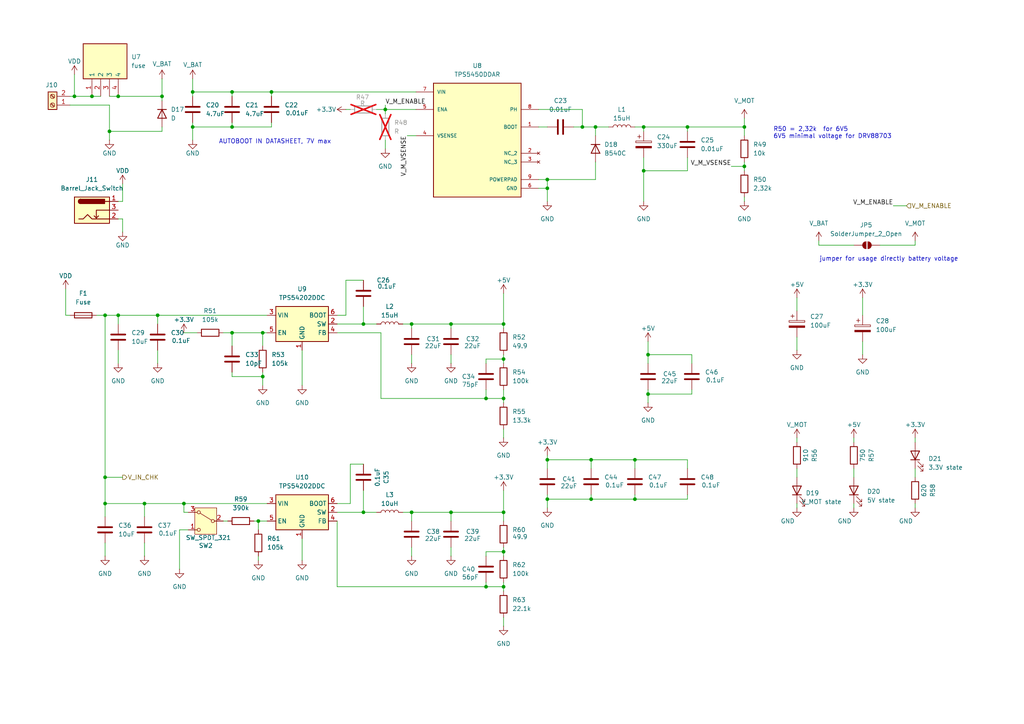
<source format=kicad_sch>
(kicad_sch (version 20250114) (generator "eeschema") (generator_version "9.0")
  (paper "A4")
  (lib_symbols
    (symbol "GND_1" (power) (pin_numbers (hide yes)) (pin_names (offset 0) (hide yes))
      (property "Value" "GND" (at 0 -3.81 0))
      (symbol "GND_1_1_1"
        (pin power_in line (at 0 0 270) (length 0) (name "~") (number "1"))
      )
    )
    (symbol "GND_2" (power) (pin_numbers (hide yes)) (pin_names (offset 0) (hide yes))
      (property "Value" "GND" (at 0 -3.81 0))
      (symbol "GND_2_1_1"
        (pin power_in line (at 0 0 270) (length 0) (name "~") (number "1"))
      )
    )
    (symbol "VDD_1" (power) (pin_numbers (hide yes)) (pin_names (offset 0) (hide yes))
      (property "Value" "VDD" (at 0 3.556 0))
      (symbol "VDD_1_1_1"
        (pin power_in line (at 0 0 90) (length 0) (name "~") (number "1"))
      )
    )
    (symbol "symbol_library:+3.3V" (power) (pin_names (offset 0))
      (property "Value" "+3.3V" (at 0 3.556 0))
      (symbol "+3.3V_1_1"
        (pin power_in line (at 0 0 90) (length 0) (hide yes) (name "+3.3V") (number "1"))
      )
    )
    (symbol "symbol_library:+5V" (power) (pin_names (offset 0))
      (property "Value" "+5V" (at 0 3.556 0))
      (symbol "+5V_1_1"
        (pin power_in line (at 0 0 90) (length 0) (hide yes) (name "+5V") (number "1"))
      )
    )
    (symbol "symbol_library:01000063Z"
      (property "Reference" "U" (at 16.51 7.62 0))
      (property "Value" "01000063Z" (at 16.51 5.08 0))
      (symbol "01000063Z_1_1"
        (pin passive line (at 0 0 0) (length 5.08) (name "1") (number "1"))
        (pin passive line (at 0 -2.54 0) (length 5.08) (name "2") (number "2"))
        (pin passive line (at 0 -5.08 0) (length 5.08) (name "3") (number "3"))
        (pin passive line (at 0 -7.62 0) (length 5.08) (name "4") (number "4"))
      )
    )
    (symbol "symbol_library:Barrel_Jack_Switch" (pin_names (hide yes))
      (property "Reference" "J" (at 0 5.334 0))
      (property "Value" "Barrel_Jack_Switch" (at 0 -5.08 0))
      (symbol "Barrel_Jack_Switch_1_1"
        (pin passive line (at 7.62 2.54 180) (length 2.54) (name "~") (number "1"))
        (pin passive line (at 7.62 0 180) (length 2.54) (name "~") (number "3"))
        (pin passive line (at 7.62 -2.54 180) (length 2.54) (name "~") (number "2"))
      )
    )
    (symbol "symbol_library:C" (pin_numbers (hide yes)) (pin_names (offset 0.254))
      (property "Reference" "C" (at 0.635 2.54 0))
      (property "Value" "C" (at 0.635 -2.54 0))
      (symbol "C_1_1"
        (pin passive line (at 0 3.81 270) (length 2.794) (name "~") (number "1"))
        (pin passive line (at 0 -3.81 90) (length 2.794) (name "~") (number "2"))
      )
    )
    (symbol "symbol_library:C_Polarized" (pin_numbers (hide yes)) (pin_names (offset 0.254))
      (property "Reference" "C" (at 0.635 2.54 0))
      (property "Value" "C_Polarized" (at 0.635 -2.54 0))
      (symbol "C_Polarized_1_1"
        (pin passive line (at 0 3.81 270) (length 2.794) (name "~") (number "1"))
        (pin passive line (at 0 -3.81 90) (length 2.794) (name "~") (number "2"))
      )
    )
    (symbol "symbol_library:D" (pin_numbers (hide yes)) (pin_names (offset 1.016) (hide yes))
      (property "Reference" "D" (at 0 2.54 0))
      (property "Value" "D" (at 0 -2.54 0))
      (symbol "D_1_1"
        (pin passive line (at -3.81 0 0) (length 2.54) (name "K") (number "1"))
        (pin passive line (at 3.81 0 180) (length 2.54) (name "A") (number "2"))
      )
    )
    (symbol "symbol_library:Fuse" (pin_numbers (hide yes)) (pin_names (offset 0))
      (property "Reference" "F" (at 2.032 0 90))
      (property "Value" "Fuse" (at -1.905 0 90))
      (symbol "Fuse_1_1"
        (pin passive line (at 0 3.81 270) (length 1.27) (name "~") (number "1"))
        (pin passive line (at 0 -3.81 90) (length 1.27) (name "~") (number "2"))
      )
    )
    (symbol "symbol_library:GND" (power) (pin_names (offset 0))
      (property "Value" "GND" (at 0 -3.81 0))
      (symbol "GND_1_1"
        (pin power_in line (at 0 0 270) (length 0) (hide yes) (name "GND") (number "1"))
      )
    )
    (symbol "symbol_library:L" (pin_numbers (hide yes)) (pin_names (offset 1.016) (hide yes))
      (property "Reference" "L" (at -1.27 0 90))
      (property "Value" "L" (at 1.905 0 90))
      (symbol "L_1_1"
        (pin passive line (at 0 3.81 270) (length 1.27) (name "1") (number "1"))
        (pin passive line (at 0 -3.81 90) (length 1.27) (name "2") (number "2"))
      )
    )
    (symbol "symbol_library:LED" (pin_numbers (hide yes)) (pin_names (offset 1.016) (hide yes))
      (property "Reference" "D" (at 0 2.54 0))
      (property "Value" "LED" (at 0 -2.54 0))
      (symbol "LED_1_1"
        (pin passive line (at -3.81 0 0) (length 2.54) (name "K") (number "1"))
        (pin passive line (at 3.81 0 180) (length 2.54) (name "A") (number "2"))
      )
    )
    (symbol "symbol_library:R" (pin_numbers (hide yes)) (pin_names (offset 0))
      (property "Reference" "R" (at 2.032 0 90))
      (property "Value" "R" (at 0 0 90))
      (symbol "R_1_1"
        (pin passive line (at 0 3.81 270) (length 1.27) (name "~") (number "1"))
        (pin passive line (at 0 -3.81 90) (length 1.27) (name "~") (number "2"))
      )
    )
    (symbol "symbol_library:SW_SPDT_321" (pin_names (offset 1) (hide yes))
      (property "Reference" "SW" (at 0 5.08 0))
      (property "Value" "SW_SPDT_321" (at 0 -5.08 0))
      (symbol "SW_SPDT_321_1_1"
        (pin passive line (at -5.08 0 0) (length 2.54) (name "B") (number "2"))
        (pin passive line (at 5.08 2.54 180) (length 2.54) (name "A") (number "3"))
        (pin passive line (at 5.08 -2.54 180) (length 2.54) (name "C") (number "1"))
      )
    )
    (symbol "symbol_library:Screw_Terminal_01x02" (pin_names (offset 1.016) (hide yes))
      (property "Reference" "J" (at 0 2.54 0))
      (property "Value" "Screw_Terminal_01x02" (at 0 -5.08 0))
      (symbol "Screw_Terminal_01x02_1_1"
        (pin passive line (at -5.08 0 0) (length 3.81) (name "Pin_1") (number "1"))
        (pin passive line (at -5.08 -2.54 0) (length 3.81) (name "Pin_2") (number "2"))
      )
    )
    (symbol "symbol_library:SolderJumper_2_Open" (pin_numbers (hide yes)) (pin_names (offset 0) (hide yes)) (exclude_from_sim yes) (in_bom no)
      (property "Reference" "JP" (at 0 2.032 0))
      (property "Value" "SolderJumper_2_Open" (at 0 -2.54 0))
      (symbol "SolderJumper_2_Open_1_1"
        (pin passive line (at -3.81 0 0) (length 2.54) (name "A") (number "1"))
        (pin passive line (at 3.81 0 180) (length 2.54) (name "B") (number "2"))
      )
    )
    (symbol "symbol_library:TPS54202DDC"
      (property "Reference" "U" (at -7.62 6.35 0))
      (property "Value" "TPS54202DDC" (at 0 6.35 0))
      (symbol "TPS54202DDC_1_1"
        (pin power_in line (at -10.16 2.54 0) (length 2.54) (name "VIN") (number "3"))
        (pin input line (at -10.16 -2.54 0) (length 2.54) (name "EN") (number "5"))
        (pin power_in line (at 0 -7.62 90) (length 2.54) (name "GND") (number "1"))
        (pin passive line (at 10.16 2.54 180) (length 2.54) (name "BOOT") (number "6"))
        (pin power_out line (at 10.16 0 180) (length 2.54) (name "SW") (number "2"))
        (pin input line (at 10.16 -2.54 180) (length 2.54) (name "FB") (number "4"))
      )
    )
    (symbol "symbol_library:TPS5450DDAR" (pin_names (offset 1.016))
      (property "Reference" "U" (at -12.7 18.78 0))
      (property "Value" "TPS5450DDAR" (at -12.7 -19.24 0))
      (symbol "TPS5450DDAR_0_0"
        (pin power_in line (at -17.78 15.24 0) (length 5.08) (name "VIN") (number "7"))
        (pin input line (at -17.78 10.16 0) (length 5.08) (name "ENA") (number "5"))
        (pin input line (at -17.78 2.54 0) (length 5.08) (name "VSENSE") (number "4"))
        (pin output line (at 17.78 10.16 180) (length 5.08) (name "PH") (number "8"))
        (pin output line (at 17.78 5.08 180) (length 5.08) (name "BOOT") (number "1"))
        (pin no_connect line (at 17.78 -2.54 180) (length 5.08) (name "NC_2") (number "2"))
        (pin no_connect line (at 17.78 -5.08 180) (length 5.08) (name "NC_3") (number "3"))
        (pin power_in line (at 17.78 -10.16 180) (length 5.08) (name "POWERPAD") (number "9"))
        (pin power_in line (at 17.78 -12.7 180) (length 5.08) (name "GND") (number "6"))
      )
    )
    (symbol "symbol_library:VDD" (power) (pin_names (offset 0))
      (property "Value" "VDD" (at 0 3.81 0))
      (symbol "VDD_1_1"
        (pin power_in line (at 0 0 90) (length 0) (hide yes) (name "VDD") (number "1"))
      )
    )
  )
  (text "AUTOBOOT IN DATASHEET, 7V max" (at 79.756 41.148 0) (effects (font (size 1.27 1.27))))
  (text "jumper for usage directly battery voltage" (at 257.81 75.184 0) (effects (font (size 1.27 1.27))))
  (text "R50 = 2,32k  for 6V5\n6V5 minimal voltage for DRV88703" (at 224.282 38.608 0) (effects (font (size 1.27 1.27)) (justify left)))
  (junction (at 186.69 49.53))
  (junction (at 53.34 146.05))
  (junction (at 34.29 27.94))
  (junction (at 41.91 146.05))
  (junction (at 199.39 36.83))
  (junction (at 215.9 36.83))
  (junction (at 168.91 36.83))
  (junction (at 130.81 148.59))
  (junction (at 78.74 26.67))
  (junction (at 146.05 93.98))
  (junction (at 45.72 91.44))
  (junction (at 30.48 146.05))
  (junction (at 67.31 96.52))
  (junction (at 171.45 133.35))
  (junction (at 158.75 54.61))
  (junction (at 67.31 36.83))
  (junction (at 184.15 133.35))
  (junction (at 55.88 26.67))
  (junction (at 111.76 31.75))
  (junction (at 76.2 96.52))
  (junction (at 187.96 102.87))
  (junction (at 119.38 93.98))
  (junction (at 26.67 27.94))
  (junction (at 30.48 91.44))
  (junction (at 186.69 36.83))
  (junction (at 171.45 144.78))
  (junction (at 146.05 115.57))
  (junction (at 158.75 144.78))
  (junction (at 105.41 93.98))
  (junction (at 74.93 151.13))
  (junction (at 172.72 36.83))
  (junction (at 55.88 36.83))
  (junction (at 76.2 109.22))
  (junction (at 158.75 52.07))
  (junction (at 31.75 38.1))
  (junction (at 105.41 148.59))
  (junction (at 146.05 170.18))
  (junction (at 140.97 115.57))
  (junction (at 30.48 138.43))
  (junction (at 67.31 26.67))
  (junction (at 21.59 27.94))
  (junction (at 146.05 148.59))
  (junction (at 130.81 93.98))
  (junction (at 215.9 48.26))
  (junction (at 140.97 170.18))
  (junction (at 184.15 144.78))
  (junction (at 187.96 114.3))
  (junction (at 46.99 27.94))
  (junction (at 34.29 91.44))
  (junction (at 146.05 104.14))
  (junction (at 119.38 148.59))
  (junction (at 158.75 133.35))
  (junction (at 146.05 160.02))
  (wire (pts (xy 31.75 38.1) (xy 46.99 38.1)))
  (wire (pts (xy 140.97 170.18) (xy 140.97 168.91)))
  (wire (pts (xy 67.31 109.22) (xy 76.2 109.22)))
  (wire (pts (xy 35.56 63.5) (xy 35.56 67.31)))
  (wire (pts (xy 35.56 138.43) (xy 30.48 138.43)))
  (wire (pts (xy 105.41 148.59) (xy 109.22 148.59)))
  (wire (pts (xy 146.05 95.25) (xy 146.05 93.98)))
  (wire (pts (xy 212.09 48.26) (xy 215.9 48.26)))
  (wire (pts (xy 200.66 102.87) (xy 200.66 105.41)))
  (wire (pts (xy 67.31 36.83) (xy 78.74 36.83)))
  (wire (pts (xy 186.69 36.83) (xy 199.39 36.83)))
  (wire (pts (xy 158.75 133.35) (xy 171.45 133.35)))
  (wire (pts (xy 45.72 101.6) (xy 45.72 105.41)))
  (wire (pts (xy 97.79 170.18) (xy 140.97 170.18)))
  (wire (pts (xy 34.29 58.42) (xy 35.56 58.42)))
  (wire (pts (xy 171.45 144.78) (xy 158.75 144.78)))
  (wire (pts (xy 130.81 148.59) (xy 146.05 148.59)))
  (wire (pts (xy 166.37 36.83) (xy 168.91 36.83)))
  (wire (pts (xy 111.76 31.75) (xy 109.22 31.75)))
  (wire (pts (xy 199.39 36.83) (xy 199.39 38.1)))
  (wire (pts (xy 30.48 146.05) (xy 41.91 146.05)))
  (wire (pts (xy 171.45 133.35) (xy 171.45 135.89)))
  (wire (pts (xy 41.91 146.05) (xy 53.34 146.05)))
  (wire (pts (xy 146.05 104.14) (xy 146.05 105.41)))
  (wire (pts (xy 111.76 30.48) (xy 111.76 31.75)))
  (wire (pts (xy 140.97 105.41) (xy 140.97 104.14)))
  (wire (pts (xy 53.34 146.05) (xy 53.34 148.59)))
  (wire (pts (xy 199.39 36.83) (xy 215.9 36.83)))
  (wire (pts (xy 57.15 96.52) (xy 53.34 96.52)))
  (wire (pts (xy 76.2 107.95) (xy 76.2 109.22)))
  (wire (pts (xy 186.69 49.53) (xy 186.69 58.42)))
  (wire (pts (xy 231.14 146.05) (xy 231.14 147.32)))
  (wire (pts (xy 250.19 86.36) (xy 250.19 91.44)))
  (wire (pts (xy 140.97 161.29) (xy 140.97 160.02)))
  (wire (pts (xy 130.81 93.98) (xy 146.05 93.98)))
  (wire (pts (xy 78.74 36.83) (xy 78.74 35.56)))
  (wire (pts (xy 111.76 33.02) (xy 111.76 31.75)))
  (wire (pts (xy 67.31 26.67) (xy 67.31 27.94)))
  (wire (pts (xy 130.81 148.59) (xy 130.81 151.13)))
  (wire (pts (xy 231.14 86.36) (xy 231.14 90.17)))
  (wire (pts (xy 156.21 31.75) (xy 168.91 31.75)))
  (wire (pts (xy 116.84 93.98) (xy 119.38 93.98)))
  (wire (pts (xy 237.49 71.12) (xy 247.65 71.12)))
  (wire (pts (xy 105.41 88.9) (xy 105.41 93.98)))
  (wire (pts (xy 184.15 36.83) (xy 186.69 36.83)))
  (wire (pts (xy 187.96 99.06) (xy 187.96 102.87)))
  (wire (pts (xy 186.69 45.72) (xy 186.69 49.53)))
  (wire (pts (xy 55.88 35.56) (xy 55.88 36.83)))
  (wire (pts (xy 172.72 36.83) (xy 172.72 39.37)))
  (wire (pts (xy 30.48 157.48) (xy 30.48 161.29)))
  (wire (pts (xy 31.75 30.48) (xy 31.75 38.1)))
  (wire (pts (xy 199.39 133.35) (xy 199.39 135.89)))
  (wire (pts (xy 97.79 148.59) (xy 105.41 148.59)))
  (wire (pts (xy 119.38 148.59) (xy 130.81 148.59)))
  (wire (pts (xy 74.93 161.29) (xy 74.93 162.56)))
  (wire (pts (xy 31.75 27.94) (xy 34.29 27.94)))
  (wire (pts (xy 146.05 179.07) (xy 146.05 181.61)))
  (wire (pts (xy 215.9 58.42) (xy 215.9 57.15)))
  (wire (pts (xy 184.15 144.78) (xy 199.39 144.78)))
  (wire (pts (xy 67.31 107.95) (xy 67.31 109.22)))
  (wire (pts (xy 119.38 158.75) (xy 119.38 161.29)))
  (wire (pts (xy 130.81 93.98) (xy 130.81 95.25)))
  (wire (pts (xy 74.93 151.13) (xy 77.47 151.13)))
  (wire (pts (xy 146.05 151.13) (xy 146.05 148.59)))
  (wire (pts (xy 21.59 21.59) (xy 21.59 27.94)))
  (wire (pts (xy 140.97 113.03) (xy 140.97 115.57)))
  (wire (pts (xy 34.29 91.44) (xy 34.29 93.98)))
  (wire (pts (xy 100.33 31.75) (xy 101.6 31.75)))
  (wire (pts (xy 168.91 36.83) (xy 172.72 36.83)))
  (wire (pts (xy 87.63 111.76) (xy 87.63 101.6)))
  (wire (pts (xy 168.91 31.75) (xy 168.91 36.83)))
  (wire (pts (xy 171.45 144.78) (xy 184.15 144.78)))
  (wire (pts (xy 110.49 96.52) (xy 110.49 115.57)))
  (wire (pts (xy 231.14 135.89) (xy 231.14 138.43)))
  (wire (pts (xy 67.31 96.52) (xy 76.2 96.52)))
  (wire (pts (xy 184.15 133.35) (xy 184.15 135.89)))
  (wire (pts (xy 200.66 113.03) (xy 200.66 114.3)))
  (wire (pts (xy 119.38 102.87) (xy 119.38 105.41)))
  (wire (pts (xy 35.56 53.34) (xy 35.56 58.42)))
  (wire (pts (xy 20.32 27.94) (xy 21.59 27.94)))
  (wire (pts (xy 45.72 91.44) (xy 77.47 91.44)))
  (wire (pts (xy 105.41 142.24) (xy 105.41 148.59)))
  (wire (pts (xy 237.49 69.85) (xy 237.49 71.12)))
  (wire (pts (xy 34.29 101.6) (xy 34.29 105.41)))
  (wire (pts (xy 215.9 48.26) (xy 215.9 49.53)))
  (wire (pts (xy 97.79 96.52) (xy 110.49 96.52)))
  (wire (pts (xy 215.9 46.99) (xy 215.9 48.26)))
  (wire (pts (xy 130.81 102.87) (xy 130.81 105.41)))
  (wire (pts (xy 156.21 54.61) (xy 158.75 54.61)))
  (wire (pts (xy 55.88 36.83) (xy 55.88 40.64)))
  (wire (pts (xy 67.31 26.67) (xy 78.74 26.67)))
  (wire (pts (xy 146.05 113.03) (xy 146.05 115.57)))
  (wire (pts (xy 158.75 144.78) (xy 158.75 147.32)))
  (wire (pts (xy 76.2 96.52) (xy 76.2 100.33)))
  (wire (pts (xy 111.76 31.75) (xy 120.65 31.75)))
  (wire (pts (xy 30.48 146.05) (xy 30.48 149.86)))
  (wire (pts (xy 158.75 54.61) (xy 158.75 58.42)))
  (wire (pts (xy 171.45 133.35) (xy 184.15 133.35)))
  (wire (pts (xy 187.96 102.87) (xy 200.66 102.87)))
  (wire (pts (xy 119.38 93.98) (xy 130.81 93.98)))
  (wire (pts (xy 41.91 157.48) (xy 41.91 161.29)))
  (wire (pts (xy 186.69 36.83) (xy 186.69 38.1)))
  (wire (pts (xy 97.79 91.44) (xy 100.33 91.44)))
  (wire (pts (xy 156.21 36.83) (xy 158.75 36.83)))
  (wire (pts (xy 140.97 104.14) (xy 146.05 104.14)))
  (wire (pts (xy 247.65 128.27) (xy 247.65 127)))
  (wire (pts (xy 146.05 115.57) (xy 146.05 116.84)))
  (wire (pts (xy 67.31 26.67) (xy 55.88 26.67)))
  (wire (pts (xy 140.97 115.57) (xy 146.05 115.57)))
  (wire (pts (xy 119.38 148.59) (xy 119.38 151.13)))
  (wire (pts (xy 172.72 52.07) (xy 158.75 52.07)))
  (wire (pts (xy 119.38 93.98) (xy 119.38 95.25)))
  (wire (pts (xy 199.39 143.51) (xy 199.39 144.78)))
  (wire (pts (xy 101.6 146.05) (xy 101.6 134.62)))
  (wire (pts (xy 146.05 104.14) (xy 146.05 102.87)))
  (wire (pts (xy 184.15 133.35) (xy 199.39 133.35)))
  (wire (pts (xy 101.6 134.62) (xy 105.41 134.62)))
  (wire (pts (xy 97.79 93.98) (xy 105.41 93.98)))
  (wire (pts (xy 73.66 151.13) (xy 74.93 151.13)))
  (wire (pts (xy 67.31 36.83) (xy 67.31 35.56)))
  (wire (pts (xy 265.43 127) (xy 265.43 128.27)))
  (wire (pts (xy 64.77 96.52) (xy 67.31 96.52)))
  (wire (pts (xy 146.05 160.02) (xy 146.05 161.29)))
  (wire (pts (xy 184.15 143.51) (xy 184.15 144.78)))
  (wire (pts (xy 30.48 91.44) (xy 34.29 91.44)))
  (wire (pts (xy 97.79 170.18) (xy 97.79 151.13)))
  (wire (pts (xy 158.75 52.07) (xy 158.75 54.61)))
  (wire (pts (xy 26.67 27.94) (xy 29.21 27.94)))
  (wire (pts (xy 199.39 45.72) (xy 199.39 49.53)))
  (wire (pts (xy 105.41 81.28) (xy 100.33 81.28)))
  (wire (pts (xy 21.59 27.94) (xy 26.67 27.94)))
  (wire (pts (xy 66.04 151.13) (xy 64.77 151.13)))
  (wire (pts (xy 171.45 143.51) (xy 171.45 144.78)))
  (wire (pts (xy 46.99 27.94) (xy 46.99 22.86)))
  (wire (pts (xy 76.2 109.22) (xy 76.2 111.76)))
  (wire (pts (xy 46.99 29.21) (xy 46.99 27.94)))
  (wire (pts (xy 78.74 26.67) (xy 120.65 26.67)))
  (wire (pts (xy 215.9 39.37) (xy 215.9 36.83)))
  (wire (pts (xy 187.96 102.87) (xy 187.96 105.41)))
  (wire (pts (xy 118.11 39.37) (xy 120.65 39.37)))
  (wire (pts (xy 146.05 142.24) (xy 146.05 148.59)))
  (wire (pts (xy 55.88 26.67) (xy 55.88 22.86)))
  (wire (pts (xy 158.75 133.35) (xy 158.75 135.89)))
  (wire (pts (xy 78.74 26.67) (xy 78.74 27.94)))
  (wire (pts (xy 105.41 93.98) (xy 109.22 93.98)))
  (wire (pts (xy 250.19 99.06) (xy 250.19 102.87)))
  (wire (pts (xy 259.08 59.69) (xy 262.89 59.69)))
  (wire (pts (xy 146.05 158.75) (xy 146.05 160.02)))
  (wire (pts (xy 231.14 127) (xy 231.14 128.27)))
  (wire (pts (xy 231.14 97.79) (xy 231.14 101.6)))
  (wire (pts (xy 55.88 36.83) (xy 67.31 36.83)))
  (wire (pts (xy 140.97 170.18) (xy 146.05 170.18)))
  (wire (pts (xy 265.43 135.89) (xy 265.43 138.43)))
  (wire (pts (xy 53.34 146.05) (xy 77.47 146.05)))
  (wire (pts (xy 247.65 135.89) (xy 247.65 138.43)))
  (wire (pts (xy 45.72 91.44) (xy 45.72 93.98)))
  (wire (pts (xy 116.84 148.59) (xy 119.38 148.59)))
  (wire (pts (xy 87.63 162.56) (xy 87.63 156.21)))
  (wire (pts (xy 52.07 153.67) (xy 54.61 153.67)))
  (wire (pts (xy 247.65 146.05) (xy 247.65 147.32)))
  (wire (pts (xy 265.43 146.05) (xy 265.43 147.32)))
  (wire (pts (xy 100.33 81.28) (xy 100.33 91.44)))
  (wire (pts (xy 41.91 146.05) (xy 41.91 149.86)))
  (wire (pts (xy 74.93 151.13) (xy 74.93 153.67)))
  (wire (pts (xy 76.2 96.52) (xy 77.47 96.52)))
  (wire (pts (xy 172.72 52.07) (xy 172.72 46.99)))
  (wire (pts (xy 30.48 91.44) (xy 30.48 138.43)))
  (wire (pts (xy 46.99 38.1) (xy 46.99 36.83)))
  (wire (pts (xy 255.27 71.12) (xy 265.43 71.12)))
  (wire (pts (xy 215.9 36.83) (xy 215.9 34.29)))
  (wire (pts (xy 140.97 160.02) (xy 146.05 160.02)))
  (wire (pts (xy 31.75 40.64) (xy 31.75 38.1)))
  (wire (pts (xy 97.79 146.05) (xy 101.6 146.05)))
  (wire (pts (xy 146.05 170.18) (xy 146.05 171.45)))
  (wire (pts (xy 30.48 138.43) (xy 30.48 146.05)))
  (wire (pts (xy 27.94 91.44) (xy 30.48 91.44)))
  (wire (pts (xy 110.49 115.57) (xy 140.97 115.57)))
  (wire (pts (xy 187.96 114.3) (xy 187.96 116.84)))
  (wire (pts (xy 67.31 96.52) (xy 67.31 100.33)))
  (wire (pts (xy 158.75 143.51) (xy 158.75 144.78)))
  (wire (pts (xy 34.29 27.94) (xy 46.99 27.94)))
  (wire (pts (xy 20.32 30.48) (xy 31.75 30.48)))
  (wire (pts (xy 52.07 153.67) (xy 52.07 165.1)))
  (wire (pts (xy 19.05 91.44) (xy 20.32 91.44)))
  (wire (pts (xy 199.39 49.53) (xy 186.69 49.53)))
  (wire (pts (xy 55.88 26.67) (xy 55.88 27.94)))
  (wire (pts (xy 187.96 113.03) (xy 187.96 114.3)))
  (wire (pts (xy 158.75 132.08) (xy 158.75 133.35)))
  (wire (pts (xy 53.34 148.59) (xy 54.61 148.59)))
  (wire (pts (xy 146.05 170.18) (xy 146.05 168.91)))
  (wire (pts (xy 111.76 43.18) (xy 111.76 40.64)))
  (wire (pts (xy 34.29 63.5) (xy 35.56 63.5)))
  (wire (pts (xy 146.05 85.09) (xy 146.05 93.98)))
  (wire (pts (xy 130.81 158.75) (xy 130.81 161.29)))
  (wire (pts (xy 172.72 36.83) (xy 176.53 36.83)))
  (wire (pts (xy 200.66 114.3) (xy 187.96 114.3)))
  (wire (pts (xy 146.05 124.46) (xy 146.05 127)))
  (wire (pts (xy 19.05 83.82) (xy 19.05 91.44)))
  (wire (pts (xy 34.29 91.44) (xy 45.72 91.44)))
  (wire (pts (xy 265.43 71.12) (xy 265.43 69.85)))
  (wire (pts (xy 156.21 52.07) (xy 158.75 52.07)))
  (label "V_M_VSENSE" (at 212.09 48.26 180))
  (label "V_M_ENABLE" (at 259.08 59.69 180))
  (label "V_M_ENABLE" (at 111.76 30.48 0))
  (label "V_M_VSENSE" (at 118.11 39.37 270))
  (hierarchical_label "V_IN_CHK" (shape output) (at 35.56 138.43 0))
  (hierarchical_label "V_M_ENABLE" (shape input) (at 262.89 59.69 0))
  (symbol (lib_id "symbol_library:C") (at 30.48 153.67 0) (unit 1)
    (property "Reference" "C36" (at 34.29 152.3999 0) (effects (justify left)))
    (property "Value" "10uF" (at 34.29 154.9399 0) (effects (justify left)))
    (property "Footprint" "Capacitor_SMD:C_1206_3216Metric_Pad1.33x1.80mm_HandSolder" (effects (hide yes)))
    (property "Description" "16v min" (effects (hide yes)))
  )
  (symbol (lib_name "GND_2") (lib_id "symbol_library:GND_2") (at 34.29 105.41 0) (unit 1)
    (property "Reference" "#PWR0104" (effects (hide yes)))
    (property "Value" "GND" (at 34.29 110.49 0))
    (property "Description" "Power symbol creates a global label with name \"GND\" , ground" (effects (hide yes)))
  )
  (symbol (lib_id "symbol_library:C") (at 199.39 139.7 0) (unit 1)
    (property "Reference" "C48" (at 203.2 138.4299 0) (effects (justify left)))
    (property "Value" "0.1uF" (at 203.454 140.716 0) (effects (justify left)))
    (property "Footprint" "Capacitor_SMD:C_0603_1608Metric_Pad1.08x0.95mm_HandSolder" (effects (hide yes)))
    (property "Description" "16V min" (effects (hide yes)))
  )
  (symbol (lib_id "symbol_library:C") (at 55.88 31.75 0) (unit 1)
    (property "Reference" "C20" (at 59.69 30.4799 0) (effects (justify left)))
    (property "Value" "4.7uF" (at 59.69 33.0199 0) (effects (justify left)))
    (property "Footprint" "Capacitor_SMD:C_1206_3216Metric_Pad1.33x1.80mm_HandSolder" (effects (hide yes)))
    (property "Description" "16v min" (effects (hide yes)))
  )
  (symbol (lib_id "symbol_library:R") (at 146.05 175.26 0) (unit 1)
    (property "Reference" "R63" (at 148.59 173.9899 0) (effects (justify left)))
    (property "Value" "22.1k" (at 148.59 176.5299 0) (effects (justify left)))
    (property "Footprint" "Resistor_SMD:R_0603_1608Metric_Pad0.98x0.95mm_HandSolder" (effects (hide yes)))
    (property "Description" "Resistor" (effects (hide yes)))
  )
  (symbol (lib_id "symbol_library:C_Polarized") (at 231.14 93.98 0) (unit 1)
    (property "Reference" "C27" (at 234.95 91.8209 0) (effects (justify left)))
    (property "Value" "100uF" (at 234.95 94.3609 0) (effects (justify left)))
    (property "Footprint" "Capacitor_SMD:CP_Elec_8x10.5" (effects (hide yes)))
    (property "Description" "Polarized capacitor" (effects (hide yes)))
  )
  (symbol (lib_id "symbol_library:VDD") (at 19.05 83.82 0) (unit 1)
    (property "Reference" "#PWR097" (effects (hide yes)))
    (property "Value" "VDD" (at 19.05 80.01 0))
  )
  (symbol (lib_id "symbol_library:C") (at 200.66 109.22 0) (unit 1)
    (property "Reference" "C46" (at 204.47 107.9499 0) (effects (justify left)))
    (property "Value" "0.1uF" (at 204.724 110.236 0) (effects (justify left)))
    (property "Footprint" "Capacitor_SMD:C_0603_1608Metric_Pad1.08x0.95mm_HandSolder" (effects (hide yes)))
    (property "Description" "16V min" (effects (hide yes)))
  )
  (symbol (lib_id "symbol_library:+3.3V") (at 250.19 86.36 0) (unit 1)
    (property "Reference" "#PWR0100" (effects (hide yes)))
    (property "Value" "+3.3V" (at 250.19 82.55 0))
  )
  (symbol (lib_name "GND_1") (lib_id "symbol_library:GND_1") (at 215.9 58.42 0) (unit 1)
    (property "Reference" "#PWR093" (effects (hide yes)))
    (property "Value" "GND" (at 215.9 63.5 0))
    (property "Description" "Power symbol creates a global label with name \"GND\" , ground" (effects (hide yes)))
  )
  (symbol (lib_name "GND_2") (lib_id "symbol_library:GND_2") (at 130.81 105.41 0) (unit 1)
    (property "Reference" "#PWR0107" (effects (hide yes)))
    (property "Value" "GND" (at 130.81 110.49 0))
    (property "Description" "Power symbol creates a global label with name \"GND\" , ground" (effects (hide yes)))
  )
  (symbol (lib_id "symbol_library:C") (at 140.97 109.22 180) (unit 1)
    (property "Reference" "C34" (at 135.89 109.22 0))
    (property "Value" "75pF" (at 136.398 111.506 0))
    (property "Footprint" "Capacitor_SMD:C_0603_1608Metric_Pad1.08x0.95mm_HandSolder" (effects (hide yes)))
    (property "Description" "Unpolarized capacitor" (effects (hide yes)))
  )
  (symbol (lib_id "symbol_library:VDD") (at 35.56 53.34 0) (unit 1)
    (property "Reference" "#PWR090" (effects (hide yes)))
    (property "Value" "VDD" (at 35.56 49.53 0))
  )
  (symbol (lib_id "symbol_library:R") (at 69.85 151.13 90) (unit 1)
    (property "Reference" "R59" (at 69.85 144.78 90))
    (property "Value" "390k" (at 69.85 147.32 90))
    (property "Footprint" "Resistor_SMD:R_0603_1608Metric_Pad0.98x0.95mm_HandSolder" (effects (hide yes)))
    (property "Description" "Resistor" (effects (hide yes)))
  )
  (symbol (lib_id "symbol_library:Fuse") (at 24.13 91.44 90) (unit 1)
    (property "Reference" "F1" (at 24.13 85.09 90))
    (property "Value" "Fuse" (at 24.13 87.63 90))
    (property "Footprint" "Fuse:Fuseholder_Littelfuse_Nano2_154x" (effects (hide yes)))
    (property "Description" "Fuse" (effects (hide yes)))
  )
  (symbol (lib_id "symbol_library:R") (at 265.43 142.24 0) (unit 1)
    (property "Reference" "R58" (at 270.51 142.24 90))
    (property "Value" "620" (at 267.97 142.24 90))
    (property "Footprint" "Resistor_SMD:R_0805_2012Metric_Pad1.20x1.40mm_HandSolder" (effects (hide yes)))
  )
  (symbol (lib_id "symbol_library:SW_SPDT_321") (at 59.69 151.13 0) (mirror y) (unit 1)
    (property "Reference" "SW2" (at 59.69 158.242 0))
    (property "Value" "SW_SPDT_321" (at 60.452 155.956 0))
    (property "Footprint" "Button_Switch_THT:SW_Slide_SPDT_Angled_CK_OS102011MA1Q" (effects (hide yes)))
    (property "Description" "Switch, single pole double throw" (effects (hide yes)))
  )
  (symbol (lib_id "symbol_library:+5V") (at 247.65 127 0) (unit 1)
    (property "Reference" "#PWR0112" (effects (hide yes)))
    (property "Value" "+5V" (at 247.65 123.19 0))
  )
  (symbol (lib_id "symbol_library:D") (at 46.99 33.02 270) (unit 1)
    (property "Reference" "D17" (at 49.53 31.7499 90) (effects (justify left)))
    (property "Value" "D" (at 49.53 34.2899 90) (effects (justify left)))
    (property "Footprint" "Diode_SMD:D_SMA" (effects (hide yes)))
    (property "Description" "Diode" (effects (hide yes)))
    (property "Sim.Device" "D" (effects (hide yes)))
    (property "Sim.Pins" "1=K 2=A" (effects (hide yes)))
  )
  (symbol (lib_name "GND_2") (lib_id "symbol_library:GND_2") (at 41.91 161.29 0) (unit 1)
    (property "Reference" "#PWR0119" (effects (hide yes)))
    (property "Value" "GND" (at 41.91 166.37 0))
    (property "Description" "Power symbol creates a global label with name \"GND\" , ground" (effects (hide yes)))
  )
  (symbol (lib_name "GND_2") (lib_id "symbol_library:GND_2") (at 87.63 162.56 0) (unit 1)
    (property "Reference" "#PWR0123" (effects (hide yes)))
    (property "Value" "GND" (at 87.63 167.64 0))
    (property "Description" "Power symbol creates a global label with name \"GND\" , ground" (effects (hide yes)))
  )
  (symbol (lib_id "symbol_library:R") (at 146.05 120.65 0) (unit 1)
    (property "Reference" "R55" (at 148.59 119.3799 0) (effects (justify left)))
    (property "Value" "13.3k" (at 148.59 121.9199 0) (effects (justify left)))
    (property "Footprint" "Resistor_SMD:R_0603_1608Metric_Pad0.98x0.95mm_HandSolder" (effects (hide yes)))
    (property "Description" "Resistor" (effects (hide yes)))
  )
  (symbol (lib_id "symbol_library:+3.3V") (at 53.34 96.52 0) (unit 1)
    (property "Reference" "#PWR0101" (effects (hide yes)))
    (property "Value" "+3.3V" (at 53.34 92.71 0))
  )
  (symbol (lib_id "symbol_library:R") (at 76.2 104.14 0) (unit 1)
    (property "Reference" "R53" (at 78.74 102.8699 0) (effects (justify left)))
    (property "Value" "105k" (at 78.74 105.4099 0) (effects (justify left)))
    (property "Footprint" "Resistor_SMD:R_0603_1608Metric_Pad0.98x0.95mm_HandSolder" (effects (hide yes)))
    (property "Description" "Resistor" (effects (hide yes)))
  )
  (symbol (lib_id "symbol_library:TPS54202DDC") (at 87.63 148.59 0) (unit 1)
    (property "Reference" "U10" (at 87.63 138.43 0))
    (property "Value" "TPS54202DDC" (at 87.63 140.97 0))
    (property "Footprint" "Package_TO_SOT_SMD:SOT-23-6" (effects (hide yes)))
    (property "Datasheet" "http://www.ti.com/lit/ds/symlink/tps54202.pdf" (effects (hide yes)))
    (property "Description" "2A, 4.5 to 28V Input, EMI Friendly integrated switch synchronous step-down regulator, pulse-skipping, SOT-23-6" (effects (hide yes)))
  )
  (symbol (lib_id "symbol_library:C") (at 78.74 31.75 0) (unit 1)
    (property "Reference" "C22" (at 82.55 30.4799 0) (effects (justify left)))
    (property "Value" "0.01uF" (at 82.804 32.766 0) (effects (justify left)))
    (property "Footprint" "Capacitor_SMD:C_0603_1608Metric_Pad1.08x0.95mm_HandSolder" (effects (hide yes)))
    (property "Description" "16V min" (effects (hide yes)))
  )
  (symbol (lib_id "symbol_library:R") (at 146.05 99.06 0) (unit 1)
    (property "Reference" "R52" (at 148.59 97.7899 0) (effects (justify left)))
    (property "Value" "49.9" (at 148.59 100.3299 0) (effects (justify left)))
    (property "Footprint" "Resistor_SMD:R_0603_1608Metric_Pad0.98x0.95mm_HandSolder" (effects (hide yes)))
    (property "Description" "Resistor" (effects (hide yes)))
  )
  (symbol (lib_id "symbol_library:C") (at 67.31 104.14 0) (unit 1)
    (property "Reference" "C33" (at 71.12 102.8699 0) (effects (justify left)))
    (property "Value" "10pF" (at 71.12 105.4099 0) (effects (justify left)))
    (property "Footprint" "Capacitor_SMD:C_0603_1608Metric_Pad1.08x0.95mm_HandSolder" (effects (hide yes)))
    (property "Description" "Unpolarized capacitor" (effects (hide yes)))
  )
  (symbol (lib_id "symbol_library:SolderJumper_2_Open") (at 251.46 71.12 0) (unit 1)
    (property "Reference" "JP5" (at 251.206 65.278 0))
    (property "Value" "SolderJumper_2_Open" (at 251.206 67.818 0))
    (property "Footprint" "Jumper:SolderJumper-2_P1.3mm_Open_RoundedPad1.0x1.5mm" (effects (hide yes)))
    (property "Description" "Solder Jumper, 2-pole, open" (effects (hide yes)))
  )
  (symbol (lib_id "symbol_library:+5V") (at 146.05 85.09 0) (unit 1)
    (property "Reference" "#PWR098" (effects (hide yes)))
    (property "Value" "+5V" (at 146.05 81.28 0))
  )
  (symbol (lib_id "symbol_library:GND") (at 231.14 147.32 0) (unit 1)
    (property "Reference" "#PWR0115" (effects (hide yes)))
    (property "Value" "GND" (at 230.505 151.13 0) (effects (justify right)))
  )
  (symbol (lib_name "GND_1") (lib_id "symbol_library:GND_1") (at 158.75 58.42 0) (unit 1)
    (property "Reference" "#PWR091" (effects (hide yes)))
    (property "Value" "GND" (at 158.75 63.5 0))
    (property "Description" "Power symbol creates a global label with name \"GND\" , ground" (effects (hide yes)))
  )
  (symbol (lib_name "GND_2") (lib_id "symbol_library:GND_2") (at 119.38 105.41 0) (unit 1)
    (property "Reference" "#PWR0106" (effects (hide yes)))
    (property "Value" "GND" (at 119.38 110.49 0))
    (property "Description" "Power symbol creates a global label with name \"GND\" , ground" (effects (hide yes)))
  )
  (symbol (lib_id "symbol_library:+5V") (at 231.14 86.36 0) (unit 1)
    (property "Reference" "#PWR099" (effects (hide yes)))
    (property "Value" "+5V" (at 231.14 82.55 0))
  )
  (symbol (lib_name "GND_2") (lib_id "symbol_library:GND_2") (at 30.48 161.29 0) (unit 1)
    (property "Reference" "#PWR0118" (effects (hide yes)))
    (property "Value" "GND" (at 30.48 166.37 0))
    (property "Description" "Power symbol creates a global label with name \"GND\" , ground" (effects (hide yes)))
  )
  (symbol (lib_name "GND_2") (lib_id "symbol_library:GND_2") (at 146.05 181.61 0) (unit 1)
    (property "Reference" "#PWR0125" (effects (hide yes)))
    (property "Value" "GND" (at 146.05 186.69 0))
    (property "Description" "Power symbol creates a global label with name \"GND\" , ground" (effects (hide yes)))
  )
  (symbol (lib_id "symbol_library:R") (at 247.65 132.08 0) (unit 1)
    (property "Reference" "R57" (at 252.73 132.08 90))
    (property "Value" "750" (at 250.19 132.08 90))
    (property "Footprint" "Resistor_SMD:R_0805_2012Metric_Pad1.20x1.40mm_HandSolder" (effects (hide yes)))
  )
  (symbol (lib_id "symbol_library:C") (at 67.31 31.75 0) (unit 1)
    (property "Reference" "C21" (at 71.12 30.4799 0) (effects (justify left)))
    (property "Value" "4.7uF" (at 71.12 33.0199 0) (effects (justify left)))
    (property "Footprint" "Capacitor_SMD:C_1206_3216Metric_Pad1.33x1.80mm_HandSolder" (effects (hide yes)))
    (property "Description" "16v min" (effects (hide yes)))
  )
  (symbol (lib_name "GND_1") (lib_id "symbol_library:GND_1") (at 35.56 67.31 0) (unit 1)
    (property "Reference" "#PWR094" (effects (hide yes)))
    (property "Value" "GND" (at 35.56 71.12 0))
    (property "Description" "Power symbol creates a global label with name \"GND\" , ground" (effects (hide yes)))
  )
  (symbol (lib_name "GND_1") (lib_id "symbol_library:GND_1") (at 31.75 40.64 0) (unit 1)
    (property "Reference" "#PWR087" (effects (hide yes)))
    (property "Value" "GND" (at 31.75 44.45 0))
    (property "Description" "Power symbol creates a global label with name \"GND\" , ground" (effects (hide yes)))
  )
  (symbol (lib_id "symbol_library:R") (at 215.9 53.34 0) (unit 1)
    (property "Reference" "R50" (at 218.44 52.0699 0) (effects (justify left)))
    (property "Value" "2,32k" (at 218.44 54.6099 0) (effects (justify left)))
    (property "Footprint" "Resistor_SMD:R_0603_1608Metric_Pad0.98x0.95mm_HandSolder" (effects (hide yes)))
    (property "Datasheet" "2,32 for 6,5V" (effects (hide yes)))
    (property "Description" "Resistor" (effects (hide yes)))
  )
  (symbol (lib_name "VDD_1") (lib_id "symbol_library:VDD_1") (at 237.49 69.85 0) (unit 1)
    (property "Reference" "#PWR095" (effects (hide yes)))
    (property "Value" "V_BAT" (at 237.49 64.77 0))
    (property "Description" "Power symbol creates a global label with name \"V_BAT\"" (effects (hide yes)))
  )
  (symbol (lib_name "VDD_1") (lib_id "symbol_library:VDD_1") (at 55.88 22.86 0) (unit 1)
    (property "Reference" "#PWR084" (effects (hide yes)))
    (property "Value" "V_BAT" (at 55.88 18.796 0))
    (property "Description" "Power symbol creates a global label with name \"V_BAT\"" (effects (hide yes)))
  )
  (symbol (lib_name "GND_1") (lib_id "symbol_library:GND_1") (at 55.88 40.64 0) (unit 1)
    (property "Reference" "#PWR088" (effects (hide yes)))
    (property "Value" "GND" (at 55.88 44.45 0))
    (property "Description" "Power symbol creates a global label with name \"GND\" , ground" (effects (hide yes)))
  )
  (symbol (lib_id "symbol_library:C") (at 130.81 154.94 0) (unit 1)
    (property "Reference" "C39" (at 135.128 154.178 0) (effects (justify left)))
    (property "Value" "22uF" (at 134.62 156.2099 0) (effects (justify left)))
    (property "Footprint" "Capacitor_SMD:C_1206_3216Metric_Pad1.33x1.80mm_HandSolder" (effects (hide yes)))
    (property "Description" "Unpolarized capacitor" (effects (hide yes)))
  )
  (symbol (lib_id "symbol_library:+5V") (at 187.96 99.06 0) (unit 1)
    (property "Reference" "#PWR0128" (effects (hide yes)))
    (property "Value" "+5V" (at 187.96 95.25 0))
  )
  (symbol (lib_name "GND_1") (lib_id "symbol_library:GND_1") (at 186.69 58.42 0) (unit 1)
    (property "Reference" "#PWR092" (effects (hide yes)))
    (property "Value" "GND" (at 186.69 63.5 0))
    (property "Description" "Power symbol creates a global label with name \"GND\" , ground" (effects (hide yes)))
  )
  (symbol (lib_id "symbol_library:C") (at 187.96 109.22 0) (unit 1)
    (property "Reference" "C45" (at 192.278 108.458 0) (effects (justify left)))
    (property "Value" "22uF" (at 191.77 110.4899 0) (effects (justify left)))
    (property "Footprint" "Capacitor_SMD:C_1206_3216Metric_Pad1.33x1.80mm_HandSolder" (effects (hide yes)))
    (property "Description" "Unpolarized capacitor" (effects (hide yes)))
  )
  (symbol (lib_id "symbol_library:VDD") (at 21.59 21.59 0) (unit 1)
    (property "Reference" "#PWR082" (effects (hide yes)))
    (property "Value" "VDD" (at 21.59 17.78 0))
  )
  (symbol (lib_id "symbol_library:L") (at 113.03 93.98 90) (unit 1)
    (property "Reference" "L2" (at 113.03 88.9 90))
    (property "Value" "15uH" (at 113.03 91.44 90))
    (property "Footprint" "Inductor_SMD:L_TechFuse_SL1040" (effects (hide yes)))
    (property "Description" "Inductor" (effects (hide yes)))
  )
  (symbol (lib_id "symbol_library:C") (at 119.38 99.06 0) (unit 1)
    (property "Reference" "C31" (at 123.698 98.298 0) (effects (justify left)))
    (property "Value" "22uF" (at 123.19 100.3299 0) (effects (justify left)))
    (property "Footprint" "Capacitor_SMD:C_1206_3216Metric_Pad1.33x1.80mm_HandSolder" (effects (hide yes)))
    (property "Description" "Unpolarized capacitor" (effects (hide yes)))
  )
  (symbol (lib_id "symbol_library:01000063Z") (at 26.67 27.94 90) (unit 1)
    (property "Reference" "U7" (at 38.1 16.5099 90) (effects (justify right)))
    (property "Value" "fuse" (at 38.1 19.0499 90) (effects (justify right)))
    (property "Footprint" "BW-footprints-library:01000063Zfuse" (effects (hide yes)))
    (property "Datasheet" "https://m.littelfuse.com/~/media/electronics/datasheets/fuse_clips/littelfuse_fuseclip_100_datasheet.pdf.pdf" (effects (hide yes)))
    (property "Description" "Fuse Clips FUSE HOLDER FOR MINIFUSE" (effects (hide yes)))
    (property "Height" "11.2" (effects (hide yes)))
    (property "Manufacturer_Name" "LITTELFUSE" (effects (hide yes)))
    (property "Manufacturer_Part_Number" "01000063Z" (effects (hide yes)))
    (property "Mouser Part Number" "576-01000063Z" (effects (hide yes)))
    (property "Mouser Price/Stock" "https://www.mouser.co.uk/ProductDetail/Littelfuse/01000063Z?qs=DPoM0jnrROVX1yuIJJJkYg%3D%3D" (effects (hide yes)))
  )
  (symbol (lib_id "symbol_library:GND") (at 265.43 147.32 0) (unit 1)
    (property "Reference" "#PWR0117" (effects (hide yes)))
    (property "Value" "GND" (at 264.795 151.13 0) (effects (justify right)))
  )
  (symbol (lib_name "GND_2") (lib_id "symbol_library:GND_2") (at 74.93 162.56 0) (unit 1)
    (property "Reference" "#PWR0122" (effects (hide yes)))
    (property "Value" "GND" (at 74.93 167.64 0))
    (property "Description" "Power symbol creates a global label with name \"GND\" , ground" (effects (hide yes)))
  )
  (symbol (lib_name "GND_2") (lib_id "symbol_library:GND_2") (at 45.72 105.41 0) (unit 1)
    (property "Reference" "#PWR0105" (effects (hide yes)))
    (property "Value" "GND" (at 45.72 110.49 0))
    (property "Description" "Power symbol creates a global label with name \"GND\" , ground" (effects (hide yes)))
  )
  (symbol (lib_name "GND_2") (lib_id "symbol_library:GND_2") (at 76.2 111.76 0) (unit 1)
    (property "Reference" "#PWR0108" (effects (hide yes)))
    (property "Value" "GND" (at 76.2 116.84 0))
    (property "Description" "Power symbol creates a global label with name \"GND\" , ground" (effects (hide yes)))
  )
  (symbol (lib_id "symbol_library:+3.3V") (at 100.33 31.75 90) (unit 1)
    (property "Reference" "#PWR085" (effects (hide yes)))
    (property "Value" "+3.3V" (at 97.536 31.75 90) (effects (justify left)))
  )
  (symbol (lib_id "symbol_library:LED") (at 231.14 142.24 90) (unit 1)
    (property "Reference" "D19" (at 233.68 143.002 90) (effects (justify right)))
    (property "Value" "V_MOT state" (at 232.41 145.542 90) (effects (justify right)))
    (property "Footprint" "LED_SMD:LED_0603_1608Metric_Pad1.05x0.95mm_HandSolder" (effects (hide yes)))
  )
  (symbol (lib_id "symbol_library:C") (at 171.45 139.7 0) (unit 1)
    (property "Reference" "C44" (at 175.26 138.4299 0) (effects (justify left)))
    (property "Value" "0.1uF" (at 175.514 140.716 0) (effects (justify left)))
    (property "Footprint" "Capacitor_SMD:C_0603_1608Metric_Pad1.08x0.95mm_HandSolder" (effects (hide yes)))
    (property "Description" "16V min" (effects (hide yes)))
  )
  (symbol (lib_name "GND_1") (lib_id "symbol_library:GND_1") (at 111.76 43.18 0) (unit 1)
    (property "Reference" "#PWR089" (effects (hide yes)))
    (property "Value" "GND" (at 111.76 48.26 0))
    (property "Description" "Power symbol creates a global label with name \"GND\" , ground" (effects (hide yes)))
  )
  (symbol (lib_id "symbol_library:L") (at 180.34 36.83 90) (unit 1)
    (property "Reference" "L1" (at 180.34 31.75 90))
    (property "Value" "15uH" (at 180.34 34.29 90))
    (property "Footprint" "Inductor_SMD:L_TechFuse_SL1040" (effects (hide yes)))
    (property "Description" "Inductor" (effects (hide yes)))
  )
  (symbol (lib_id "symbol_library:R") (at 146.05 154.94 0) (unit 1)
    (property "Reference" "R60" (at 148.59 153.6699 0) (effects (justify left)))
    (property "Value" "49.9" (at 148.59 155.702 0) (effects (justify left)))
    (property "Footprint" "Resistor_SMD:R_0603_1608Metric_Pad0.98x0.95mm_HandSolder" (effects (hide yes)))
    (property "Description" "Resistor" (effects (hide yes)))
  )
  (symbol (lib_id "symbol_library:VDD") (at 265.43 69.85 0) (unit 1)
    (property "Reference" "#PWR096" (effects (hide yes)))
    (property "Value" "V_MOT" (at 265.43 64.77 0))
  )
  (symbol (lib_id "symbol_library:C") (at 119.38 154.94 0) (unit 1)
    (property "Reference" "C38" (at 123.698 154.178 0) (effects (justify left)))
    (property "Value" "22uF" (at 123.19 156.2099 0) (effects (justify left)))
    (property "Footprint" "Capacitor_SMD:C_1206_3216Metric_Pad1.33x1.80mm_HandSolder" (effects (hide yes)))
    (property "Description" "Unpolarized capacitor" (effects (hide yes)))
  )
  (symbol (lib_id "symbol_library:Screw_Terminal_01x02") (at 15.24 30.48 180) (unit 1)
    (property "Reference" "J10" (at 14.986 24.638 0))
    (property "Value" "Screw_Terminal_01x02" (effects (hide yes)))
    (property "Footprint" "TerminalBlock_Phoenix:TerminalBlock_Phoenix_PT-1,5-2-5.0-H_1x02_P5.00mm_Horizontal" (effects (hide yes)))
    (property "Description" "Generic screw terminal, single row, 01x02, script generated (kicad-library-utils/schlib/autogen/connector/)" (effects (hide yes)))
  )
  (symbol (lib_id "symbol_library:D") (at 172.72 43.18 270) (unit 1)
    (property "Reference" "D18" (at 175.26 41.9099 90) (effects (justify left)))
    (property "Value" "B540C" (at 175.26 44.4499 90) (effects (justify left)))
    (property "Footprint" "Diode_SMD:D_SMC" (effects (hide yes)))
    (property "Description" "Diode" (effects (hide yes)))
    (property "Sim.Device" "D" (effects (hide yes)))
    (property "Sim.Pins" "1=K 2=A" (effects (hide yes)))
  )
  (symbol (lib_id "symbol_library:C") (at 45.72 97.79 0) (unit 1)
    (property "Reference" "C30" (at 49.53 96.5199 0) (effects (justify left)))
    (property "Value" "0.1uF" (at 49.784 98.806 0) (effects (justify left)))
    (property "Footprint" "Capacitor_SMD:C_0603_1608Metric_Pad1.08x0.95mm_HandSolder" (effects (hide yes)))
    (property "Description" "16V min" (effects (hide yes)))
  )
  (symbol (lib_name "VDD_1") (lib_id "symbol_library:VDD_1") (at 46.99 22.86 0) (unit 1)
    (property "Reference" "#PWR083" (effects (hide yes)))
    (property "Value" "V_BAT" (at 46.99 18.542 0))
    (property "Description" "Power symbol creates a global label with name \"V_BAT\"" (effects (hide yes)))
  )
  (symbol (lib_id "symbol_library:C_Polarized") (at 186.69 41.91 0) (unit 1)
    (property "Reference" "C24" (at 190.5 39.7509 0) (effects (justify left)))
    (property "Value" "330uF" (at 190.5 42.2909 0) (effects (justify left)))
    (property "Footprint" "Capacitor_SMD:CP_Elec_8x10.5" (effects (hide yes)))
    (property "Description" "Polarized capacitor" (effects (hide yes)))
  )
  (symbol (lib_id "symbol_library:+3.3V") (at 265.43 127 0) (unit 1)
    (property "Reference" "#PWR0113" (effects (hide yes)))
    (property "Value" "+3.3V" (at 265.43 123.19 0))
  )
  (symbol (lib_id "symbol_library:R") (at 105.41 31.75 90) (unit 1) (in_bom no) (dnp yes)
    (property "Reference" "R47" (at 105.156 28.194 90))
    (property "Value" "R" (at 105.156 29.972 90))
    (property "Footprint" "Resistor_SMD:R_0603_1608Metric_Pad0.98x0.95mm_HandSolder" (effects (hide yes)))
    (property "Description" "Resistor" (effects (hide yes)))
  )
  (symbol (lib_id "symbol_library:R") (at 231.14 132.08 0) (unit 1)
    (property "Reference" "R56" (at 236.22 132.08 90))
    (property "Value" "910" (at 233.68 132.08 90))
    (property "Footprint" "Resistor_SMD:R_0805_2012Metric_Pad1.20x1.40mm_HandSolder" (effects (hide yes)))
  )
  (symbol (lib_name "GND_2") (lib_id "symbol_library:GND_2") (at 130.81 161.29 0) (unit 1)
    (property "Reference" "#PWR0121" (effects (hide yes)))
    (property "Value" "GND" (at 130.81 166.37 0))
    (property "Description" "Power symbol creates a global label with name \"GND\" , ground" (effects (hide yes)))
  )
  (symbol (lib_id "symbol_library:C") (at 105.41 85.09 0) (unit 1)
    (property "Reference" "C26" (at 109.22 81.28 0) (effects (justify left)))
    (property "Value" "0.1uF" (at 109.474 83.058 0) (effects (justify left)))
    (property "Footprint" "Capacitor_SMD:C_0603_1608Metric_Pad1.08x0.95mm_HandSolder" (effects (hide yes)))
    (property "Description" "Unpolarized capacitor" (effects (hide yes)))
  )
  (symbol (lib_id "symbol_library:R") (at 74.93 157.48 180) (unit 1)
    (property "Reference" "R61" (at 77.47 156.2099 0) (effects (justify right)))
    (property "Value" "105k" (at 77.47 158.7499 0) (effects (justify right)))
    (property "Footprint" "Resistor_SMD:R_0603_1608Metric_Pad0.98x0.95mm_HandSolder" (effects (hide yes)))
    (property "Description" "Resistor" (effects (hide yes)))
  )
  (symbol (lib_id "symbol_library:C") (at 158.75 139.7 0) (unit 1)
    (property "Reference" "C41" (at 163.068 138.938 0) (effects (justify left)))
    (property "Value" "22uF" (at 162.56 140.9699 0) (effects (justify left)))
    (property "Footprint" "Capacitor_SMD:C_1206_3216Metric_Pad1.33x1.80mm_HandSolder" (effects (hide yes)))
    (property "Description" "Unpolarized capacitor" (effects (hide yes)))
  )
  (symbol (lib_name "GND_2") (lib_id "symbol_library:GND_2") (at 158.75 147.32 0) (unit 1)
    (property "Reference" "#PWR0127" (effects (hide yes)))
    (property "Value" "GND" (at 158.75 152.4 0))
    (property "Description" "Power symbol creates a global label with name \"GND\" , ground" (effects (hide yes)))
  )
  (symbol (lib_id "symbol_library:LED") (at 265.43 132.08 90) (unit 1)
    (property "Reference" "D21" (at 269.24 133.0325 90) (effects (justify right)))
    (property "Value" "3.3V state" (at 269.24 135.5725 90) (effects (justify right)))
    (property "Footprint" "LED_SMD:LED_0603_1608Metric_Pad1.05x0.95mm_HandSolder" (effects (hide yes)))
  )
  (symbol (lib_id "symbol_library:C") (at 105.41 138.43 0) (unit 1)
    (property "Reference" "C35" (at 112.014 138.43 90))
    (property "Value" "0.1uF" (at 109.474 138.43 90))
    (property "Footprint" "Capacitor_SMD:C_0603_1608Metric_Pad1.08x0.95mm_HandSolder" (effects (hide yes)))
    (property "Description" "Unpolarized capacitor" (effects (hide yes)))
  )
  (symbol (lib_id "symbol_library:LED") (at 247.65 142.24 90) (unit 1)
    (property "Reference" "D20" (at 251.46 142.5574 90) (effects (justify right)))
    (property "Value" "5V state" (at 251.46 145.0974 90) (effects (justify right)))
    (property "Footprint" "LED_SMD:LED_0603_1608Metric_Pad1.05x0.95mm_HandSolder" (effects (hide yes)))
  )
  (symbol (lib_name "GND_2") (lib_id "symbol_library:GND_2") (at 52.07 165.1 0) (unit 1)
    (property "Reference" "#PWR0124" (effects (hide yes)))
    (property "Value" "GND" (at 52.07 170.18 0))
    (property "Description" "Power symbol creates a global label with name \"GND\" , ground" (effects (hide yes)))
  )
  (symbol (lib_id "symbol_library:R") (at 146.05 109.22 180) (unit 1)
    (property "Reference" "R54" (at 148.59 107.9499 0) (effects (justify right)))
    (property "Value" "100k" (at 148.59 110.4899 0) (effects (justify right)))
    (property "Footprint" "Resistor_SMD:R_0603_1608Metric_Pad0.98x0.95mm_HandSolder" (effects (hide yes)))
    (property "Description" "Resistor" (effects (hide yes)))
  )
  (symbol (lib_id "symbol_library:C") (at 130.81 99.06 0) (unit 1)
    (property "Reference" "C32" (at 135.128 98.298 0) (effects (justify left)))
    (property "Value" "22uF" (at 134.62 100.3299 0) (effects (justify left)))
    (property "Footprint" "Capacitor_SMD:C_1206_3216Metric_Pad1.33x1.80mm_HandSolder" (effects (hide yes)))
    (property "Description" "Unpolarized capacitor" (effects (hide yes)))
  )
  (symbol (lib_id "symbol_library:R") (at 111.76 36.83 180) (unit 1) (in_bom no) (dnp yes)
    (property "Reference" "R48" (at 114.3 35.5599 0) (effects (justify right)))
    (property "Value" "R" (at 114.3 38.0999 0) (effects (justify right)))
    (property "Footprint" "Resistor_SMD:R_0603_1608Metric_Pad0.98x0.95mm_HandSolder" (effects (hide yes)))
    (property "Description" "Resistor" (effects (hide yes)))
  )
  (symbol (lib_id "symbol_library:C") (at 34.29 97.79 0) (unit 1)
    (property "Reference" "C29" (at 38.1 96.5199 0) (effects (justify left)))
    (property "Value" "10uF" (at 38.1 99.0599 0) (effects (justify left)))
    (property "Footprint" "Capacitor_SMD:C_1206_3216Metric_Pad1.33x1.80mm_HandSolder" (effects (hide yes)))
    (property "Description" "16v min" (effects (hide yes)))
  )
  (symbol (lib_id "symbol_library:Barrel_Jack_Switch") (at 26.67 60.96 0) (unit 1)
    (property "Reference" "J11" (at 26.67 52.07 0))
    (property "Value" "Barrel_Jack_Switch" (at 26.67 54.61 0))
    (property "Footprint" "Connector_BarrelJack:BarrelJack_GCT_DCJ200-10-A_Horizontal" (effects (hide yes)))
    (property "Description" "DC Barrel Jack with an internal switch" (effects (hide yes)))
  )
  (symbol (lib_id "symbol_library:C_Polarized") (at 250.19 95.25 0) (unit 1)
    (property "Reference" "C28" (at 254 93.0909 0) (effects (justify left)))
    (property "Value" "100uF" (at 254 95.6309 0) (effects (justify left)))
    (property "Footprint" "Capacitor_SMD:CP_Elec_8x10.5" (effects (hide yes)))
    (property "Description" "Polarized capacitor" (effects (hide yes)))
  )
  (symbol (lib_id "symbol_library:R") (at 215.9 43.18 0) (unit 1)
    (property "Reference" "R49" (at 218.44 41.9099 0) (effects (justify left)))
    (property "Value" "10k" (at 218.44 44.4499 0) (effects (justify left)))
    (property "Footprint" "Resistor_SMD:R_0603_1608Metric_Pad0.98x0.95mm_HandSolder" (effects (hide yes)))
    (property "Description" "Resistor" (effects (hide yes)))
  )
  (symbol (lib_name "GND_2") (lib_id "symbol_library:GND_2") (at 87.63 111.76 0) (unit 1)
    (property "Reference" "#PWR0109" (effects (hide yes)))
    (property "Value" "GND" (at 87.63 116.84 0))
    (property "Description" "Power symbol creates a global label with name \"GND\" , ground" (effects (hide yes)))
  )
  (symbol (lib_id "symbol_library:L") (at 113.03 148.59 90) (unit 1)
    (property "Reference" "L3" (at 113.03 143.51 90))
    (property "Value" "10uH" (at 113.03 146.05 90))
    (property "Footprint" "Inductor_SMD:L_TechFuse_SL1040" (effects (hide yes)))
    (property "Description" "Inductor" (effects (hide yes)))
  )
  (symbol (lib_id "symbol_library:TPS5450DDAR") (at 138.43 41.91 0) (unit 1)
    (property "Reference" "U8" (at 138.43 19.05 0))
    (property "Value" "TPS5450DDAR" (at 138.43 21.59 0))
    (property "Footprint" "BW-footprints-library:CONV_TPS5450DDAR" (effects (hide yes)))
    (property "MF" "Texas Instruments" (effects (hide yes)))
    (property "MAXIMUM_PACKAGE_HEIGHT" "1.70 mm" (effects (hide yes)))
    (property "Package" "Package" (effects (hide yes)))
    (property "Price" "None" (effects (hide yes)))
    (property "Check_prices" "https://www.snapeda.com/parts/TPS5450DDAR/Texas+Instruments/view-part/?ref=eda" (effects (hide yes)))
    (property "STANDARD" "Manufacturer Recommendations" (effects (hide yes)))
    (property "PARTREV" "D" (effects (hide yes)))
    (property "SnapEDA_Link" "https://www.snapeda.com/parts/TPS5450DDAR/Texas+Instruments/view-part/?ref=snap" (effects (hide yes)))
    (property "MP" "TPS5450DDAR" (effects (hide yes)))
    (property "Description_1" "5.5V to 36V Input, 5A, 500kHz Step Down Converter" (effects (hide yes)))
    (property "Availability" "In Stock" (effects (hide yes)))
    (property "MANUFACTURER" "Texas Instruments" (effects (hide yes)))
  )
  (symbol (lib_name "GND_2") (lib_id "symbol_library:GND_2") (at 231.14 101.6 0) (unit 1)
    (property "Reference" "#PWR0102" (effects (hide yes)))
    (property "Value" "GND" (at 231.14 106.68 0))
    (property "Description" "Power symbol creates a global label with name \"GND\" , ground" (effects (hide yes)))
  )
  (symbol (lib_id "symbol_library:C") (at 162.56 36.83 90) (unit 1)
    (property "Reference" "C23" (at 162.56 29.21 90))
    (property "Value" "0.01uF" (at 162.56 31.75 90))
    (property "Footprint" "Capacitor_SMD:C_0603_1608Metric_Pad1.08x0.95mm_HandSolder" (effects (hide yes)))
    (property "Description" "Unpolarized capacitor" (effects (hide yes)))
  )
  (symbol (lib_name "GND_2") (lib_id "symbol_library:GND_2") (at 119.38 161.29 0) (unit 1)
    (property "Reference" "#PWR0120" (effects (hide yes)))
    (property "Value" "GND" (at 119.38 166.37 0))
    (property "Description" "Power symbol creates a global label with name \"GND\" , ground" (effects (hide yes)))
  )
  (symbol (lib_id "symbol_library:TPS54202DDC") (at 87.63 93.98 0) (unit 1)
    (property "Reference" "U9" (at 87.63 83.82 0))
    (property "Value" "TPS54202DDC" (at 87.63 86.36 0))
    (property "Footprint" "Package_TO_SOT_SMD:SOT-23-6" (effects (hide yes)))
    (property "Datasheet" "http://www.ti.com/lit/ds/symlink/tps54202.pdf" (effects (hide yes)))
    (property "Description" "2A, 4.5 to 28V Input, EMI Friendly integrated switch synchronous step-down regulator, pulse-skipping, SOT-23-6" (effects (hide yes)))
  )
  (symbol (lib_id "symbol_library:+3.3V") (at 146.05 142.24 0) (unit 1)
    (property "Reference" "#PWR0114" (effects (hide yes)))
    (property "Value" "+3.3V" (at 146.05 138.43 0))
  )
  (symbol (lib_name "GND_2") (lib_id "symbol_library:GND_2") (at 250.19 102.87 0) (unit 1)
    (property "Reference" "#PWR0103" (effects (hide yes)))
    (property "Value" "GND" (at 250.19 107.95 0))
    (property "Description" "Power symbol creates a global label with name \"GND\" , ground" (effects (hide yes)))
  )
  (symbol (lib_id "symbol_library:R") (at 60.96 96.52 90) (unit 1)
    (property "Reference" "R51" (at 60.96 90.17 90))
    (property "Value" "105k" (at 60.96 92.71 90))
    (property "Footprint" "Resistor_SMD:R_0603_1608Metric_Pad0.98x0.95mm_HandSolder" (effects (hide yes)))
    (property "Description" "Resistor" (effects (hide yes)))
  )
  (symbol (lib_name "GND_2") (lib_id "symbol_library:GND_2") (at 187.96 116.84 0) (unit 1)
    (property "Reference" "#PWR0129" (effects (hide yes)))
    (property "Value" "GND" (at 187.96 121.92 0))
    (property "Description" "Power symbol creates a global label with name \"GND\" , ground" (effects (hide yes)))
  )
  (symbol (lib_id "symbol_library:C") (at 184.15 139.7 0) (unit 1)
    (property "Reference" "C47" (at 187.96 138.4299 0) (effects (justify left)))
    (property "Value" "0.1uF" (at 188.214 140.716 0) (effects (justify left)))
    (property "Footprint" "Capacitor_SMD:C_0603_1608Metric_Pad1.08x0.95mm_HandSolder" (effects (hide yes)))
    (property "Description" "16V min" (effects (hide yes)))
  )
  (symbol (lib_id "symbol_library:C") (at 199.39 41.91 0) (unit 1)
    (property "Reference" "C25" (at 203.2 40.6399 0) (effects (justify left)))
    (property "Value" "0.01uF" (at 203.2 43.1799 0) (effects (justify left)))
    (property "Footprint" "Capacitor_SMD:C_0603_1608Metric_Pad1.08x0.95mm_HandSolder" (effects (hide yes)))
    (property "Description" "Unpolarized capacitor" (effects (hide yes)))
  )
  (symbol (lib_id "symbol_library:VDD") (at 215.9 34.29 0) (unit 1)
    (property "Reference" "#PWR086" (effects (hide yes)))
    (property "Value" "V_MOT" (at 215.9 29.21 0))
  )
  (symbol (lib_id "symbol_library:+3.3V") (at 231.14 127 0) (unit 1)
    (property "Reference" "#PWR0111" (effects (hide yes)))
    (property "Value" "V_MOT" (at 231.14 123.19 0))
  )
  (symbol (lib_id "symbol_library:GND") (at 247.65 147.32 0) (unit 1)
    (property "Reference" "#PWR0116" (effects (hide yes)))
    (property "Value" "GND" (at 247.015 151.13 0) (effects (justify right)))
  )
  (symbol (lib_name "GND_2") (lib_id "symbol_library:GND_2") (at 146.05 127 0) (unit 1)
    (property "Reference" "#PWR0110" (effects (hide yes)))
    (property "Value" "GND" (at 146.05 132.08 0))
    (property "Description" "Power symbol creates a global label with name \"GND\" , ground" (effects (hide yes)))
  )
  (symbol (lib_id "symbol_library:R") (at 146.05 165.1 180) (unit 1)
    (property "Reference" "R62" (at 148.59 163.8299 0) (effects (justify right)))
    (property "Value" "100k" (at 148.59 166.3699 0) (effects (justify right)))
    (property "Footprint" "Resistor_SMD:R_0603_1608Metric_Pad0.98x0.95mm_HandSolder" (effects (hide yes)))
    (property "Description" "Resistor" (effects (hide yes)))
  )
  (symbol (lib_id "symbol_library:+3.3V") (at 158.75 132.08 0) (unit 1)
    (property "Reference" "#PWR0126" (effects (hide yes)))
    (property "Value" "+3.3V" (at 158.75 128.27 0))
  )
  (symbol (lib_id "symbol_library:C") (at 140.97 165.1 180) (unit 1)
    (property "Reference" "C40" (at 135.89 165.1 0))
    (property "Value" "56pF" (at 136.398 167.386 0))
    (property "Footprint" "Capacitor_SMD:C_0603_1608Metric_Pad1.08x0.95mm_HandSolder" (effects (hide yes)))
    (property "Description" "Unpolarized capacitor" (effects (hide yes)))
  )
  (symbol (lib_id "symbol_library:C") (at 41.91 153.67 0) (unit 1)
    (property "Reference" "C37" (at 45.72 152.3999 0) (effects (justify left)))
    (property "Value" "0.1uF" (at 45.974 154.686 0) (effects (justify left)))
    (property "Footprint" "Capacitor_SMD:C_0603_1608Metric_Pad1.08x0.95mm_HandSolder" (effects (hide yes)))
    (property "Description" "16V min" (effects (hide yes)))
  )
)
</source>
